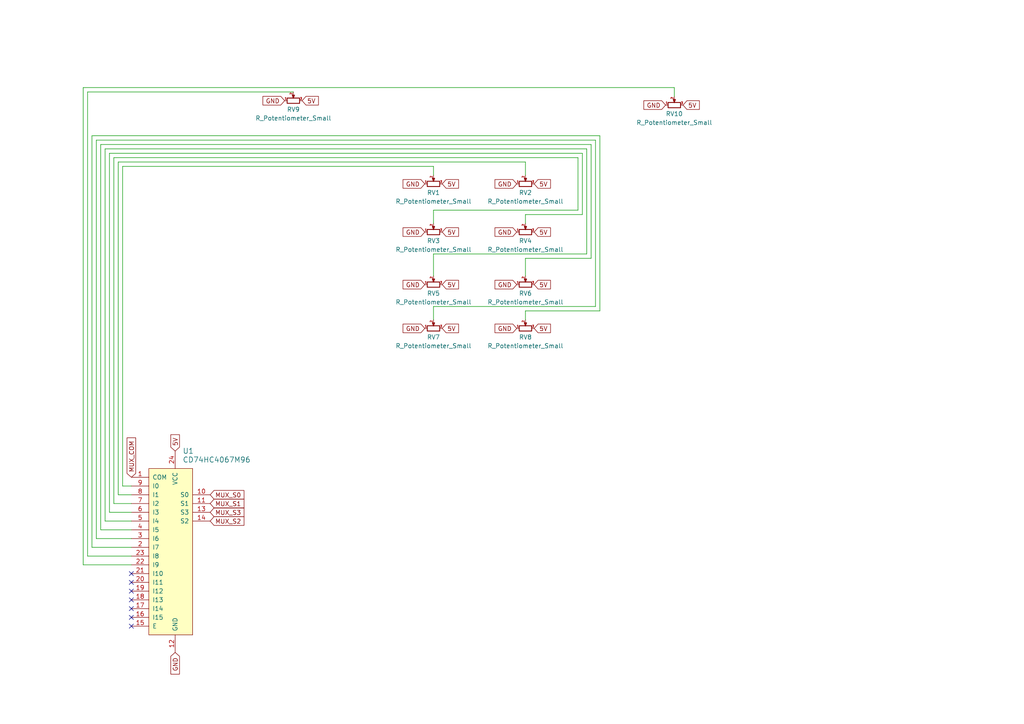
<source format=kicad_sch>
(kicad_sch (version 20250114) (generator "eeschema") (generator_version "9.0")
  (paper "A4")
  (title_block (title "MiniMixer") (rev "1") (company "Alex Goldberg"))
  (lib_symbols
    (symbol "Device:R_Potentiometer_Small" (pin_names (offset 1.016) (hide yes))
      (property "Reference" "RV" (at -4.445 0 90))
      (property "Value" "R_Potentiometer_Small" (at -2.54 0 90))
      (symbol "R_Potentiometer_Small_0_1"
        (rectangle (start 0.762 1.8034) (end -0.762 -1.8034) (stroke (width 0.254)))
        (polyline (pts (xy 0.889 0) (xy 0.635 0) (xy 1.651 0.381) (xy 1.651 -0.381) (xy 0.635 0) (xy 0.889 0)) (fill (type outline)))
      )
      (symbol "R_Potentiometer_Small_1_1"
        (pin passive line (at 0 2.54 270) (length 0.635) (name "1") (number "1"))
        (pin passive line (at 0 -2.54 90) (length 0.635) (name "3") (number "3"))
        (pin passive line (at 2.54 0 180) (length 0.9906) (name "2") (number "2"))
      )
    )
    (symbol "dk_Interface-Analog-Switches-Multiplexers-Demultiplexers:CD74HC4067M96" (pin_names (offset 1.016))
      (property "Reference" "U" (at -2.54 24.13 0))
      (property "Value" "CD74HC4067M96" (at 17.78 -33.02 0))
      (symbol "CD74HC4067M96_0_1"
        (rectangle (start -5.08 22.86) (end 7.62 -25.4) (fill (type background)))
      )
      (symbol "CD74HC4067M96_1_1"
        (pin bidirectional line (at -10.16 20.32 0) (length 5.08) (name "COM") (number "1"))
        (pin input line (at -10.16 17.78 0) (length 5.08) (name "I0") (number "9"))
        (pin input line (at -10.16 15.24 0) (length 5.08) (name "I1") (number "8"))
        (pin input line (at -10.16 12.7 0) (length 5.08) (name "I2") (number "7"))
        (pin input line (at -10.16 10.16 0) (length 5.08) (name "I3") (number "6"))
        (pin input line (at -10.16 7.62 0) (length 5.08) (name "I4") (number "5"))
        (pin input line (at -10.16 5.08 0) (length 5.08) (name "I5") (number "4"))
        (pin input line (at -10.16 2.54 0) (length 5.08) (name "I6") (number "3"))
        (pin input line (at -10.16 0 0) (length 5.08) (name "I7") (number "2"))
        (pin input line (at -10.16 -2.54 0) (length 5.08) (name "I8") (number "23"))
        (pin input line (at -10.16 -5.08 0) (length 5.08) (name "I9") (number "22"))
        (pin input line (at -10.16 -7.62 0) (length 5.08) (name "I10") (number "21"))
        (pin input line (at -10.16 -10.16 0) (length 5.08) (name "I11") (number "20"))
        (pin input line (at -10.16 -12.7 0) (length 5.08) (name "I12") (number "19"))
        (pin input line (at -10.16 -15.24 0) (length 5.08) (name "I13") (number "18"))
        (pin input line (at -10.16 -17.78 0) (length 5.08) (name "I14") (number "17"))
        (pin input line (at -10.16 -20.32 0) (length 5.08) (name "I15") (number "16"))
        (pin input line (at -10.16 -22.86 0) (length 5.08) (name "E") (number "15"))
        (pin power_in line (at 2.54 27.94 270) (length 5.08) (name "VCC") (number "24"))
        (pin power_in line (at 2.54 -30.48 90) (length 5.08) (name "GND") (number "12"))
        (pin input line (at 12.7 15.24 180) (length 5.08) (name "S0") (number "10"))
        (pin input line (at 12.7 12.7 180) (length 5.08) (name "S1") (number "11"))
        (pin input line (at 12.7 10.16 180) (length 5.08) (name "S3") (number "13"))
        (pin input line (at 12.7 7.62 180) (length 5.08) (name "S2") (number "14"))
      )
    )
  )
  (no_connect (at 38.1 181.61))
  (no_connect (at 38.1 176.53))
  (no_connect (at 38.1 173.99))
  (no_connect (at 38.1 179.07))
  (no_connect (at 38.1 171.45))
  (no_connect (at 38.1 168.91))
  (no_connect (at 38.1 166.37))
  (wire (pts (xy 125.73 80.01) (xy 125.73 73.66)))
  (wire (pts (xy 25.4 161.29) (xy 38.1 161.29)))
  (wire (pts (xy 125.73 64.77) (xy 125.73 60.96)))
  (wire (pts (xy 125.73 92.71) (xy 125.73 88.9)))
  (wire (pts (xy 35.56 48.26) (xy 125.73 48.26)))
  (wire (pts (xy 125.73 60.96) (xy 167.64 60.96)))
  (wire (pts (xy 152.4 92.71) (xy 152.4 90.17)))
  (wire (pts (xy 152.4 74.93) (xy 171.45 74.93)))
  (wire (pts (xy 152.4 64.77) (xy 152.4 62.23)))
  (wire (pts (xy 167.64 60.96) (xy 167.64 45.72)))
  (wire (pts (xy 29.21 153.67) (xy 38.1 153.67)))
  (wire (pts (xy 172.72 40.64) (xy 27.94 40.64)))
  (wire (pts (xy 152.4 80.01) (xy 152.4 74.93)))
  (wire (pts (xy 125.73 48.26) (xy 125.73 50.8)))
  (wire (pts (xy 173.99 90.17) (xy 173.99 39.37)))
  (wire (pts (xy 24.13 163.83) (xy 38.1 163.83)))
  (wire (pts (xy 85.09 26.67) (xy 25.4 26.67)))
  (wire (pts (xy 33.02 45.72) (xy 33.02 146.05)))
  (wire (pts (xy 152.4 46.99) (xy 34.29 46.99)))
  (wire (pts (xy 35.56 140.97) (xy 35.56 48.26)))
  (wire (pts (xy 195.58 25.4) (xy 24.13 25.4)))
  (wire (pts (xy 30.48 43.18) (xy 30.48 151.13)))
  (wire (pts (xy 30.48 151.13) (xy 38.1 151.13)))
  (wire (pts (xy 167.64 45.72) (xy 33.02 45.72)))
  (wire (pts (xy 171.45 41.91) (xy 29.21 41.91)))
  (wire (pts (xy 33.02 146.05) (xy 38.1 146.05)))
  (wire (pts (xy 171.45 74.93) (xy 171.45 41.91)))
  (wire (pts (xy 152.4 90.17) (xy 173.99 90.17)))
  (wire (pts (xy 125.73 88.9) (xy 172.72 88.9)))
  (wire (pts (xy 31.75 148.59) (xy 38.1 148.59)))
  (wire (pts (xy 152.4 62.23) (xy 168.91 62.23)))
  (wire (pts (xy 125.73 73.66) (xy 170.18 73.66)))
  (wire (pts (xy 26.67 39.37) (xy 26.67 158.75)))
  (wire (pts (xy 29.21 41.91) (xy 29.21 153.67)))
  (wire (pts (xy 25.4 26.67) (xy 25.4 161.29)))
  (wire (pts (xy 168.91 44.45) (xy 31.75 44.45)))
  (wire (pts (xy 172.72 88.9) (xy 172.72 40.64)))
  (wire (pts (xy 152.4 50.8) (xy 152.4 46.99)))
  (wire (pts (xy 170.18 43.18) (xy 30.48 43.18)))
  (wire (pts (xy 170.18 73.66) (xy 170.18 43.18)))
  (wire (pts (xy 38.1 140.97) (xy 35.56 140.97)))
  (wire (pts (xy 168.91 62.23) (xy 168.91 44.45)))
  (wire (pts (xy 27.94 156.21) (xy 38.1 156.21)))
  (wire (pts (xy 34.29 46.99) (xy 34.29 143.51)))
  (wire (pts (xy 195.58 25.4) (xy 195.58 27.94)))
  (wire (pts (xy 24.13 25.4) (xy 24.13 163.83)))
  (wire (pts (xy 173.99 39.37) (xy 26.67 39.37)))
  (wire (pts (xy 27.94 40.64) (xy 27.94 156.21)))
  (wire (pts (xy 34.29 143.51) (xy 38.1 143.51)))
  (wire (pts (xy 26.67 158.75) (xy 38.1 158.75)))
  (wire (pts (xy 31.75 44.45) (xy 31.75 148.59)))
  (global_label "GND" (shape input) (at 50.8 189.23 270) (property "Intersheetrefs" "${INTERSHEET_REFS}" (effects (hide yes))))
  (global_label "5V" (shape input) (at 128.27 67.31 0) (property "Intersheetrefs" "${INTERSHEET_REFS}" (effects (hide yes))))
  (global_label "MUX_S3" (shape input) (at 60.96 148.59 0) (property "Intersheetrefs" "${INTERSHEET_REFS}" (effects (hide yes))))
  (global_label "5V" (shape input) (at 128.27 95.25 0) (property "Intersheetrefs" "${INTERSHEET_REFS}" (effects (hide yes))))
  (global_label "MUX_S2" (shape input) (at 60.96 151.13 0) (property "Intersheetrefs" "${INTERSHEET_REFS}" (effects (hide yes))))
  (global_label "5V" (shape input) (at 87.63 29.21 0) (property "Intersheetrefs" "${INTERSHEET_REFS}" (effects (hide yes))))
  (global_label "GND" (shape input) (at 123.19 95.25 180) (property "Intersheetrefs" "${INTERSHEET_REFS}" (effects (hide yes))))
  (global_label "MUX_COM" (shape input) (at 38.1 138.43 90) (property "Intersheetrefs" "${INTERSHEET_REFS}" (effects (hide yes))))
  (global_label "GND" (shape input) (at 123.19 67.31 180) (property "Intersheetrefs" "${INTERSHEET_REFS}" (effects (hide yes))))
  (global_label "GND" (shape input) (at 149.86 53.34 180) (property "Intersheetrefs" "${INTERSHEET_REFS}" (effects (hide yes))))
  (global_label "5V" (shape input) (at 50.8 130.81 90) (property "Intersheetrefs" "${INTERSHEET_REFS}" (effects (hide yes))))
  (global_label "5V" (shape input) (at 128.27 53.34 0) (property "Intersheetrefs" "${INTERSHEET_REFS}" (effects (hide yes))))
  (global_label "5V" (shape input) (at 198.12 30.48 0) (property "Intersheetrefs" "${INTERSHEET_REFS}" (effects (hide yes))))
  (global_label "GND" (shape input) (at 149.86 95.25 180) (property "Intersheetrefs" "${INTERSHEET_REFS}" (effects (hide yes))))
  (global_label "GND" (shape input) (at 82.55 29.21 180) (property "Intersheetrefs" "${INTERSHEET_REFS}" (effects (hide yes))))
  (global_label "GND" (shape input) (at 149.86 67.31 180) (property "Intersheetrefs" "${INTERSHEET_REFS}" (effects (hide yes))))
  (global_label "5V" (shape input) (at 154.94 95.25 0) (property "Intersheetrefs" "${INTERSHEET_REFS}" (effects (hide yes))))
  (global_label "5V" (shape input) (at 154.94 67.31 0) (property "Intersheetrefs" "${INTERSHEET_REFS}" (effects (hide yes))))
  (global_label "GND" (shape input) (at 193.04 30.48 180) (property "Intersheetrefs" "${INTERSHEET_REFS}" (effects (hide yes))))
  (global_label "MUX_S1" (shape input) (at 60.96 146.05 0) (property "Intersheetrefs" "${INTERSHEET_REFS}" (effects (hide yes))))
  (global_label "GND" (shape input) (at 123.19 53.34 180) (property "Intersheetrefs" "${INTERSHEET_REFS}" (effects (hide yes))))
  (global_label "5V" (shape input) (at 154.94 82.55 0) (property "Intersheetrefs" "${INTERSHEET_REFS}" (effects (hide yes))))
  (global_label "GND" (shape input) (at 149.86 82.55 180) (property "Intersheetrefs" "${INTERSHEET_REFS}" (effects (hide yes))))
  (global_label "GND" (shape input) (at 123.19 82.55 180) (property "Intersheetrefs" "${INTERSHEET_REFS}" (effects (hide yes))))
  (global_label "5V" (shape input) (at 154.94 53.34 0) (property "Intersheetrefs" "${INTERSHEET_REFS}" (effects (hide yes))))
  (global_label "5V" (shape input) (at 128.27 82.55 0) (property "Intersheetrefs" "${INTERSHEET_REFS}" (effects (hide yes))))
  (global_label "MUX_S0" (shape input) (at 60.96 143.51 0) (property "Intersheetrefs" "${INTERSHEET_REFS}" (effects (hide yes))))
  (symbol (lib_id "Device:R_Potentiometer_Small") (at 152.4 82.55 90) (unit 1)
    (property "Reference" "RV6" (at 152.4 85.09 90))
    (property "Value" "R_Potentiometer_Small" (at 152.4 87.63 90))
    (property "Description" "Potentiometer" (effects (hide yes)))
  )
  (symbol (lib_id "Device:R_Potentiometer_Small") (at 125.73 95.25 90) (unit 1)
    (property "Reference" "RV7" (at 125.73 97.79 90))
    (property "Value" "R_Potentiometer_Small" (at 125.73 100.33 90))
    (property "Description" "Potentiometer" (effects (hide yes)))
  )
  (symbol (lib_id "Device:R_Potentiometer_Small") (at 125.73 53.34 90) (unit 1)
    (property "Reference" "RV1" (at 125.73 55.88 90))
    (property "Value" "R_Potentiometer_Small" (at 125.73 58.42 90))
    (property "Description" "Potentiometer" (effects (hide yes)))
  )
  (symbol (lib_id "Device:R_Potentiometer_Small") (at 195.58 30.48 90) (unit 1)
    (property "Reference" "RV10" (at 195.58 33.02 90))
    (property "Value" "R_Potentiometer_Small" (at 195.58 35.56 90))
    (property "Description" "Potentiometer" (effects (hide yes)))
  )
  (symbol (lib_id "Device:R_Potentiometer_Small") (at 125.73 67.31 90) (unit 1)
    (property "Reference" "RV3" (at 125.73 69.85 90))
    (property "Value" "R_Potentiometer_Small" (at 125.73 72.39 90))
    (property "Description" "Potentiometer" (effects (hide yes)))
  )
  (symbol (lib_id "Device:R_Potentiometer_Small") (at 152.4 53.34 90) (unit 1)
    (property "Reference" "RV2" (at 152.4 55.88 90))
    (property "Value" "R_Potentiometer_Small" (at 152.4 58.42 90))
    (property "Description" "Potentiometer" (effects (hide yes)))
  )
  (symbol (lib_id "Device:R_Potentiometer_Small") (at 152.4 67.31 90) (unit 1)
    (property "Reference" "RV4" (at 152.4 69.85 90))
    (property "Value" "R_Potentiometer_Small" (at 152.4 72.39 90))
    (property "Description" "Potentiometer" (effects (hide yes)))
  )
  (symbol (lib_id "Device:R_Potentiometer_Small") (at 152.4 95.25 90) (unit 1)
    (property "Reference" "RV8" (at 152.4 97.79 90))
    (property "Value" "R_Potentiometer_Small" (at 152.4 100.33 90))
    (property "Description" "Potentiometer" (effects (hide yes)))
  )
  (symbol (lib_id "Device:R_Potentiometer_Small") (at 85.09 29.21 90) (unit 1)
    (property "Reference" "RV9" (at 85.09 31.75 90))
    (property "Value" "R_Potentiometer_Small" (at 85.09 34.29 90))
    (property "Description" "Potentiometer" (effects (hide yes)))
  )
  (symbol (lib_id "dk_Interface-Analog-Switches-Multiplexers-Demultiplexers:CD74HC4067M96") (at 48.26 158.75 0) (unit 1)
    (property "Reference" "U1" (at 52.9433 130.81 0) (effects (font (size 1.524 1.524)) (justify left)))
    (property "Value" "CD74HC4067M96" (at 52.9433 133.35 0) (effects (font (size 1.524 1.524)) (justify left)))
    (property "Footprint" "digikey-footprints:SOIC-24_W7.50mm" (effects (hide yes)))
    (property "Datasheet" "http://www.ti.com/general/docs/suppproductinfo.tsp?distId=10&gotoUrl=http%3A%2F%2Fwww.ti.com%2Flit%2Fgpn%2Fcd74hc4067" (effects (hide yes)))
    (property "Description" "IC MUX/DEMUX 1X16 24SOIC" (effects (hide yes)))
    (property "Digi-Key_PN" "296-29408-1-ND" (effects (hide yes)))
    (property "MPN" "CD74HC4067M96" (effects (hide yes)))
    (property "Category" "Integrated Circuits (ICs)" (effects (hide yes)))
    (property "Family" "Interface - Analog Switches, Multiplexers, Demultiplexers" (effects (hide yes)))
    (property "DK_Datasheet_Link" "http://www.ti.com/general/docs/suppproductinfo.tsp?distId=10&gotoUrl=http%3A%2F%2Fwww.ti.com%2Flit%2Fgpn%2Fcd74hc4067" (effects (hide yes)))
    (property "DK_Detail_Page" "/product-detail/en/texas-instruments/CD74HC4067M96/296-29408-1-ND/2741760" (effects (hide yes)))
    (property "Description_1" "IC MUX/DEMUX 1X16 24SOIC" (effects (hide yes)))
    (property "Manufacturer" "Texas Instruments" (effects (hide yes)))
    (property "Status" "Active" (effects (hide yes)))
  )
  (symbol (lib_id "Device:R_Potentiometer_Small") (at 125.73 82.55 90) (unit 1)
    (property "Reference" "RV5" (at 125.73 85.09 90))
    (property "Value" "R_Potentiometer_Small" (at 125.73 87.63 90))
    (property "Description" "Potentiometer" (effects (hide yes)))
  )
)
</source>
